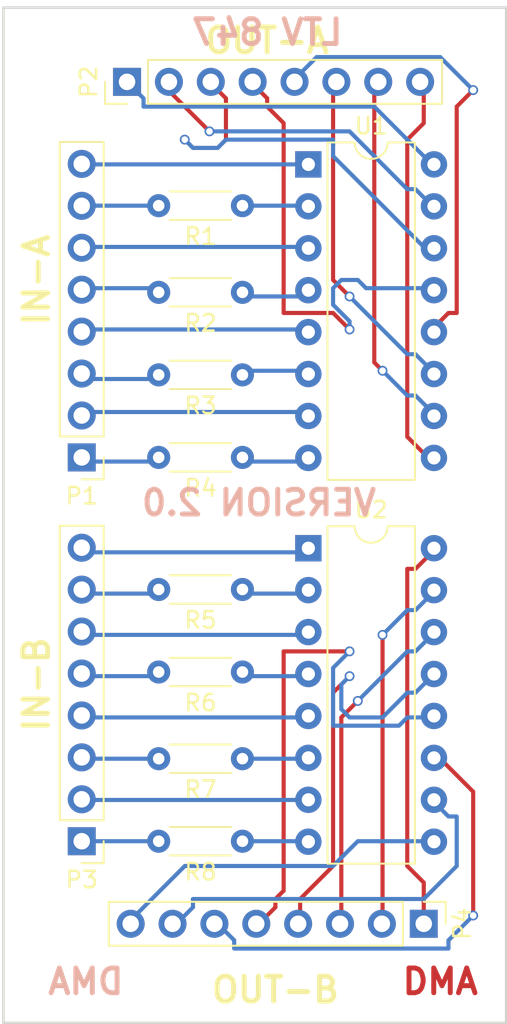
<source format=kicad_pcb>
(kicad_pcb (version 4) (host pcbnew 4.0.4-stable)

  (general
    (links 40)
    (no_connects 0)
    (area 107.424999 83.924999 138.075001 145.575001)
    (thickness 1.6)
    (drawings 13)
    (tracks 220)
    (zones 0)
    (modules 14)
    (nets 41)
  )

  (page A4)
  (layers
    (0 F.Cu signal)
    (31 B.Cu signal)
    (32 B.Adhes user)
    (33 F.Adhes user)
    (34 B.Paste user)
    (35 F.Paste user)
    (36 B.SilkS user)
    (37 F.SilkS user)
    (38 B.Mask user)
    (39 F.Mask user)
    (40 Dwgs.User user)
    (41 Cmts.User user)
    (42 Eco1.User user)
    (43 Eco2.User user)
    (44 Edge.Cuts user)
    (45 Margin user)
    (46 B.CrtYd user)
    (47 F.CrtYd user)
    (48 B.Fab user)
    (49 F.Fab user)
  )

  (setup
    (last_trace_width 0.25)
    (trace_clearance 0.2)
    (zone_clearance 0.508)
    (zone_45_only yes)
    (trace_min 0.2)
    (segment_width 0.2)
    (edge_width 0.15)
    (via_size 0.6)
    (via_drill 0.4)
    (via_min_size 0.4)
    (via_min_drill 0.3)
    (uvia_size 0.3)
    (uvia_drill 0.1)
    (uvias_allowed no)
    (uvia_min_size 0.2)
    (uvia_min_drill 0.1)
    (pcb_text_width 0.3)
    (pcb_text_size 1.5 1.5)
    (mod_edge_width 0.15)
    (mod_text_size 1 1)
    (mod_text_width 0.15)
    (pad_size 1.524 1.524)
    (pad_drill 0.762)
    (pad_to_mask_clearance 0.2)
    (aux_axis_origin 0 0)
    (visible_elements FFFFFF7F)
    (pcbplotparams
      (layerselection 0x00030_80000001)
      (usegerberextensions false)
      (excludeedgelayer true)
      (linewidth 0.100000)
      (plotframeref false)
      (viasonmask false)
      (mode 1)
      (useauxorigin false)
      (hpglpennumber 1)
      (hpglpenspeed 20)
      (hpglpendiameter 15)
      (hpglpenoverlay 2)
      (psnegative false)
      (psa4output false)
      (plotreference true)
      (plotvalue true)
      (plotinvisibletext false)
      (padsonsilk false)
      (subtractmaskfromsilk false)
      (outputformat 1)
      (mirror false)
      (drillshape 1)
      (scaleselection 1)
      (outputdirectory ""))
  )

  (net 0 "")
  (net 1 "Net-(P1-Pad1)")
  (net 2 "Net-(P1-Pad2)")
  (net 3 "Net-(P1-Pad3)")
  (net 4 "Net-(P1-Pad4)")
  (net 5 "Net-(P1-Pad5)")
  (net 6 "Net-(P1-Pad6)")
  (net 7 "Net-(P1-Pad7)")
  (net 8 "Net-(P1-Pad8)")
  (net 9 "Net-(P2-Pad1)")
  (net 10 "Net-(P2-Pad2)")
  (net 11 "Net-(P2-Pad3)")
  (net 12 "Net-(P2-Pad4)")
  (net 13 "Net-(P2-Pad5)")
  (net 14 "Net-(P2-Pad6)")
  (net 15 "Net-(P2-Pad7)")
  (net 16 "Net-(P2-Pad8)")
  (net 17 "Net-(P3-Pad1)")
  (net 18 "Net-(P3-Pad2)")
  (net 19 "Net-(P3-Pad3)")
  (net 20 "Net-(P3-Pad4)")
  (net 21 "Net-(P3-Pad5)")
  (net 22 "Net-(P3-Pad6)")
  (net 23 "Net-(P3-Pad7)")
  (net 24 "Net-(P3-Pad8)")
  (net 25 "Net-(P4-Pad1)")
  (net 26 "Net-(P4-Pad2)")
  (net 27 "Net-(P4-Pad3)")
  (net 28 "Net-(P4-Pad4)")
  (net 29 "Net-(P4-Pad5)")
  (net 30 "Net-(P4-Pad6)")
  (net 31 "Net-(P4-Pad7)")
  (net 32 "Net-(P4-Pad8)")
  (net 33 "Net-(R1-Pad1)")
  (net 34 "Net-(R2-Pad1)")
  (net 35 "Net-(R3-Pad1)")
  (net 36 "Net-(R4-Pad1)")
  (net 37 "Net-(R5-Pad1)")
  (net 38 "Net-(R6-Pad1)")
  (net 39 "Net-(R7-Pad1)")
  (net 40 "Net-(R8-Pad1)")

  (net_class Default "This is the default net class."
    (clearance 0.2)
    (trace_width 0.25)
    (via_dia 0.6)
    (via_drill 0.4)
    (uvia_dia 0.3)
    (uvia_drill 0.1)
    (add_net "Net-(P1-Pad1)")
    (add_net "Net-(P1-Pad2)")
    (add_net "Net-(P1-Pad3)")
    (add_net "Net-(P1-Pad4)")
    (add_net "Net-(P1-Pad5)")
    (add_net "Net-(P1-Pad6)")
    (add_net "Net-(P1-Pad7)")
    (add_net "Net-(P1-Pad8)")
    (add_net "Net-(P2-Pad1)")
    (add_net "Net-(P2-Pad2)")
    (add_net "Net-(P2-Pad3)")
    (add_net "Net-(P2-Pad4)")
    (add_net "Net-(P2-Pad5)")
    (add_net "Net-(P2-Pad6)")
    (add_net "Net-(P2-Pad7)")
    (add_net "Net-(P2-Pad8)")
    (add_net "Net-(P3-Pad1)")
    (add_net "Net-(P3-Pad2)")
    (add_net "Net-(P3-Pad3)")
    (add_net "Net-(P3-Pad4)")
    (add_net "Net-(P3-Pad5)")
    (add_net "Net-(P3-Pad6)")
    (add_net "Net-(P3-Pad7)")
    (add_net "Net-(P3-Pad8)")
    (add_net "Net-(P4-Pad1)")
    (add_net "Net-(P4-Pad2)")
    (add_net "Net-(P4-Pad3)")
    (add_net "Net-(P4-Pad4)")
    (add_net "Net-(P4-Pad5)")
    (add_net "Net-(P4-Pad6)")
    (add_net "Net-(P4-Pad7)")
    (add_net "Net-(P4-Pad8)")
    (add_net "Net-(R1-Pad1)")
    (add_net "Net-(R2-Pad1)")
    (add_net "Net-(R3-Pad1)")
    (add_net "Net-(R4-Pad1)")
    (add_net "Net-(R5-Pad1)")
    (add_net "Net-(R6-Pad1)")
    (add_net "Net-(R7-Pad1)")
    (add_net "Net-(R8-Pad1)")
  )

  (module Resistors_ThroughHole:R_Axial_DIN0204_L3.6mm_D1.6mm_P5.08mm_Horizontal (layer F.Cu) (tedit 5874F706) (tstamp 5AF4FBA6)
    (at 122 96 180)
    (descr "Resistor, Axial_DIN0204 series, Axial, Horizontal, pin pitch=5.08mm, 0.16666666666666666W = 1/6W, length*diameter=3.6*1.6mm^2, http://cdn-reichelt.de/documents/datenblatt/B400/1_4W%23YAG.pdf")
    (tags "Resistor Axial_DIN0204 series Axial Horizontal pin pitch 5.08mm 0.16666666666666666W = 1/6W length 3.6mm diameter 1.6mm")
    (path /5AF4F8D3)
    (fp_text reference R1 (at 2.54 -1.86 180) (layer F.SilkS)
      (effects (font (size 1 1) (thickness 0.15)))
    )
    (fp_text value 1K (at 2.54 1.86 180) (layer F.Fab)
      (effects (font (size 1 1) (thickness 0.15)))
    )
    (fp_line (start 0.74 -0.8) (end 0.74 0.8) (layer F.Fab) (width 0.1))
    (fp_line (start 0.74 0.8) (end 4.34 0.8) (layer F.Fab) (width 0.1))
    (fp_line (start 4.34 0.8) (end 4.34 -0.8) (layer F.Fab) (width 0.1))
    (fp_line (start 4.34 -0.8) (end 0.74 -0.8) (layer F.Fab) (width 0.1))
    (fp_line (start 0 0) (end 0.74 0) (layer F.Fab) (width 0.1))
    (fp_line (start 5.08 0) (end 4.34 0) (layer F.Fab) (width 0.1))
    (fp_line (start 0.68 -0.86) (end 4.4 -0.86) (layer F.SilkS) (width 0.12))
    (fp_line (start 0.68 0.86) (end 4.4 0.86) (layer F.SilkS) (width 0.12))
    (fp_line (start -0.95 -1.15) (end -0.95 1.15) (layer F.CrtYd) (width 0.05))
    (fp_line (start -0.95 1.15) (end 6.05 1.15) (layer F.CrtYd) (width 0.05))
    (fp_line (start 6.05 1.15) (end 6.05 -1.15) (layer F.CrtYd) (width 0.05))
    (fp_line (start 6.05 -1.15) (end -0.95 -1.15) (layer F.CrtYd) (width 0.05))
    (pad 1 thru_hole circle (at 0 0 180) (size 1.4 1.4) (drill 0.7) (layers *.Cu *.Mask)
      (net 33 "Net-(R1-Pad1)"))
    (pad 2 thru_hole oval (at 5.08 0 180) (size 1.4 1.4) (drill 0.7) (layers *.Cu *.Mask)
      (net 7 "Net-(P1-Pad7)"))
    (model ${KISYS3DMOD}/Resistors_THT.3dshapes/R_Axial_DIN0204_L3.6mm_D1.6mm_P5.08mm_Horizontal.wrl
      (at (xyz 0 0 0))
      (scale (xyz 0.393701 0.393701 0.393701))
      (rotate (xyz 0 0 0))
    )
  )

  (module Resistors_ThroughHole:R_Axial_DIN0204_L3.6mm_D1.6mm_P5.08mm_Horizontal (layer F.Cu) (tedit 5874F706) (tstamp 5AF4FBAC)
    (at 122 101.25 180)
    (descr "Resistor, Axial_DIN0204 series, Axial, Horizontal, pin pitch=5.08mm, 0.16666666666666666W = 1/6W, length*diameter=3.6*1.6mm^2, http://cdn-reichelt.de/documents/datenblatt/B400/1_4W%23YAG.pdf")
    (tags "Resistor Axial_DIN0204 series Axial Horizontal pin pitch 5.08mm 0.16666666666666666W = 1/6W length 3.6mm diameter 1.6mm")
    (path /5AF4F941)
    (fp_text reference R2 (at 2.54 -1.86 180) (layer F.SilkS)
      (effects (font (size 1 1) (thickness 0.15)))
    )
    (fp_text value 1K (at 2.54 1.86 180) (layer F.Fab)
      (effects (font (size 1 1) (thickness 0.15)))
    )
    (fp_line (start 0.74 -0.8) (end 0.74 0.8) (layer F.Fab) (width 0.1))
    (fp_line (start 0.74 0.8) (end 4.34 0.8) (layer F.Fab) (width 0.1))
    (fp_line (start 4.34 0.8) (end 4.34 -0.8) (layer F.Fab) (width 0.1))
    (fp_line (start 4.34 -0.8) (end 0.74 -0.8) (layer F.Fab) (width 0.1))
    (fp_line (start 0 0) (end 0.74 0) (layer F.Fab) (width 0.1))
    (fp_line (start 5.08 0) (end 4.34 0) (layer F.Fab) (width 0.1))
    (fp_line (start 0.68 -0.86) (end 4.4 -0.86) (layer F.SilkS) (width 0.12))
    (fp_line (start 0.68 0.86) (end 4.4 0.86) (layer F.SilkS) (width 0.12))
    (fp_line (start -0.95 -1.15) (end -0.95 1.15) (layer F.CrtYd) (width 0.05))
    (fp_line (start -0.95 1.15) (end 6.05 1.15) (layer F.CrtYd) (width 0.05))
    (fp_line (start 6.05 1.15) (end 6.05 -1.15) (layer F.CrtYd) (width 0.05))
    (fp_line (start 6.05 -1.15) (end -0.95 -1.15) (layer F.CrtYd) (width 0.05))
    (pad 1 thru_hole circle (at 0 0 180) (size 1.4 1.4) (drill 0.7) (layers *.Cu *.Mask)
      (net 34 "Net-(R2-Pad1)"))
    (pad 2 thru_hole oval (at 5.08 0 180) (size 1.4 1.4) (drill 0.7) (layers *.Cu *.Mask)
      (net 5 "Net-(P1-Pad5)"))
    (model ${KISYS3DMOD}/Resistors_THT.3dshapes/R_Axial_DIN0204_L3.6mm_D1.6mm_P5.08mm_Horizontal.wrl
      (at (xyz 0 0 0))
      (scale (xyz 0.393701 0.393701 0.393701))
      (rotate (xyz 0 0 0))
    )
  )

  (module Resistors_ThroughHole:R_Axial_DIN0204_L3.6mm_D1.6mm_P5.08mm_Horizontal (layer F.Cu) (tedit 5874F706) (tstamp 5AF4FBB2)
    (at 122 106.25 180)
    (descr "Resistor, Axial_DIN0204 series, Axial, Horizontal, pin pitch=5.08mm, 0.16666666666666666W = 1/6W, length*diameter=3.6*1.6mm^2, http://cdn-reichelt.de/documents/datenblatt/B400/1_4W%23YAG.pdf")
    (tags "Resistor Axial_DIN0204 series Axial Horizontal pin pitch 5.08mm 0.16666666666666666W = 1/6W length 3.6mm diameter 1.6mm")
    (path /5AF4F971)
    (fp_text reference R3 (at 2.54 -1.86 180) (layer F.SilkS)
      (effects (font (size 1 1) (thickness 0.15)))
    )
    (fp_text value 1K (at 2.54 1.86 180) (layer F.Fab)
      (effects (font (size 1 1) (thickness 0.15)))
    )
    (fp_line (start 0.74 -0.8) (end 0.74 0.8) (layer F.Fab) (width 0.1))
    (fp_line (start 0.74 0.8) (end 4.34 0.8) (layer F.Fab) (width 0.1))
    (fp_line (start 4.34 0.8) (end 4.34 -0.8) (layer F.Fab) (width 0.1))
    (fp_line (start 4.34 -0.8) (end 0.74 -0.8) (layer F.Fab) (width 0.1))
    (fp_line (start 0 0) (end 0.74 0) (layer F.Fab) (width 0.1))
    (fp_line (start 5.08 0) (end 4.34 0) (layer F.Fab) (width 0.1))
    (fp_line (start 0.68 -0.86) (end 4.4 -0.86) (layer F.SilkS) (width 0.12))
    (fp_line (start 0.68 0.86) (end 4.4 0.86) (layer F.SilkS) (width 0.12))
    (fp_line (start -0.95 -1.15) (end -0.95 1.15) (layer F.CrtYd) (width 0.05))
    (fp_line (start -0.95 1.15) (end 6.05 1.15) (layer F.CrtYd) (width 0.05))
    (fp_line (start 6.05 1.15) (end 6.05 -1.15) (layer F.CrtYd) (width 0.05))
    (fp_line (start 6.05 -1.15) (end -0.95 -1.15) (layer F.CrtYd) (width 0.05))
    (pad 1 thru_hole circle (at 0 0 180) (size 1.4 1.4) (drill 0.7) (layers *.Cu *.Mask)
      (net 35 "Net-(R3-Pad1)"))
    (pad 2 thru_hole oval (at 5.08 0 180) (size 1.4 1.4) (drill 0.7) (layers *.Cu *.Mask)
      (net 3 "Net-(P1-Pad3)"))
    (model ${KISYS3DMOD}/Resistors_THT.3dshapes/R_Axial_DIN0204_L3.6mm_D1.6mm_P5.08mm_Horizontal.wrl
      (at (xyz 0 0 0))
      (scale (xyz 0.393701 0.393701 0.393701))
      (rotate (xyz 0 0 0))
    )
  )

  (module Resistors_ThroughHole:R_Axial_DIN0204_L3.6mm_D1.6mm_P5.08mm_Horizontal (layer F.Cu) (tedit 5874F706) (tstamp 5AF4FBB8)
    (at 122 111.25 180)
    (descr "Resistor, Axial_DIN0204 series, Axial, Horizontal, pin pitch=5.08mm, 0.16666666666666666W = 1/6W, length*diameter=3.6*1.6mm^2, http://cdn-reichelt.de/documents/datenblatt/B400/1_4W%23YAG.pdf")
    (tags "Resistor Axial_DIN0204 series Axial Horizontal pin pitch 5.08mm 0.16666666666666666W = 1/6W length 3.6mm diameter 1.6mm")
    (path /5AF4F9AA)
    (fp_text reference R4 (at 2.54 -1.86 180) (layer F.SilkS)
      (effects (font (size 1 1) (thickness 0.15)))
    )
    (fp_text value 1K (at 2.54 1.86 180) (layer F.Fab)
      (effects (font (size 1 1) (thickness 0.15)))
    )
    (fp_line (start 0.74 -0.8) (end 0.74 0.8) (layer F.Fab) (width 0.1))
    (fp_line (start 0.74 0.8) (end 4.34 0.8) (layer F.Fab) (width 0.1))
    (fp_line (start 4.34 0.8) (end 4.34 -0.8) (layer F.Fab) (width 0.1))
    (fp_line (start 4.34 -0.8) (end 0.74 -0.8) (layer F.Fab) (width 0.1))
    (fp_line (start 0 0) (end 0.74 0) (layer F.Fab) (width 0.1))
    (fp_line (start 5.08 0) (end 4.34 0) (layer F.Fab) (width 0.1))
    (fp_line (start 0.68 -0.86) (end 4.4 -0.86) (layer F.SilkS) (width 0.12))
    (fp_line (start 0.68 0.86) (end 4.4 0.86) (layer F.SilkS) (width 0.12))
    (fp_line (start -0.95 -1.15) (end -0.95 1.15) (layer F.CrtYd) (width 0.05))
    (fp_line (start -0.95 1.15) (end 6.05 1.15) (layer F.CrtYd) (width 0.05))
    (fp_line (start 6.05 1.15) (end 6.05 -1.15) (layer F.CrtYd) (width 0.05))
    (fp_line (start 6.05 -1.15) (end -0.95 -1.15) (layer F.CrtYd) (width 0.05))
    (pad 1 thru_hole circle (at 0 0 180) (size 1.4 1.4) (drill 0.7) (layers *.Cu *.Mask)
      (net 36 "Net-(R4-Pad1)"))
    (pad 2 thru_hole oval (at 5.08 0 180) (size 1.4 1.4) (drill 0.7) (layers *.Cu *.Mask)
      (net 1 "Net-(P1-Pad1)"))
    (model ${KISYS3DMOD}/Resistors_THT.3dshapes/R_Axial_DIN0204_L3.6mm_D1.6mm_P5.08mm_Horizontal.wrl
      (at (xyz 0 0 0))
      (scale (xyz 0.393701 0.393701 0.393701))
      (rotate (xyz 0 0 0))
    )
  )

  (module Resistors_ThroughHole:R_Axial_DIN0204_L3.6mm_D1.6mm_P5.08mm_Horizontal (layer F.Cu) (tedit 5874F706) (tstamp 5AF4FBBE)
    (at 122 119.25 180)
    (descr "Resistor, Axial_DIN0204 series, Axial, Horizontal, pin pitch=5.08mm, 0.16666666666666666W = 1/6W, length*diameter=3.6*1.6mm^2, http://cdn-reichelt.de/documents/datenblatt/B400/1_4W%23YAG.pdf")
    (tags "Resistor Axial_DIN0204 series Axial Horizontal pin pitch 5.08mm 0.16666666666666666W = 1/6W length 3.6mm diameter 1.6mm")
    (path /5AF514FB)
    (fp_text reference R5 (at 2.54 -1.86 180) (layer F.SilkS)
      (effects (font (size 1 1) (thickness 0.15)))
    )
    (fp_text value 1K (at 2.54 1.86 180) (layer F.Fab)
      (effects (font (size 1 1) (thickness 0.15)))
    )
    (fp_line (start 0.74 -0.8) (end 0.74 0.8) (layer F.Fab) (width 0.1))
    (fp_line (start 0.74 0.8) (end 4.34 0.8) (layer F.Fab) (width 0.1))
    (fp_line (start 4.34 0.8) (end 4.34 -0.8) (layer F.Fab) (width 0.1))
    (fp_line (start 4.34 -0.8) (end 0.74 -0.8) (layer F.Fab) (width 0.1))
    (fp_line (start 0 0) (end 0.74 0) (layer F.Fab) (width 0.1))
    (fp_line (start 5.08 0) (end 4.34 0) (layer F.Fab) (width 0.1))
    (fp_line (start 0.68 -0.86) (end 4.4 -0.86) (layer F.SilkS) (width 0.12))
    (fp_line (start 0.68 0.86) (end 4.4 0.86) (layer F.SilkS) (width 0.12))
    (fp_line (start -0.95 -1.15) (end -0.95 1.15) (layer F.CrtYd) (width 0.05))
    (fp_line (start -0.95 1.15) (end 6.05 1.15) (layer F.CrtYd) (width 0.05))
    (fp_line (start 6.05 1.15) (end 6.05 -1.15) (layer F.CrtYd) (width 0.05))
    (fp_line (start 6.05 -1.15) (end -0.95 -1.15) (layer F.CrtYd) (width 0.05))
    (pad 1 thru_hole circle (at 0 0 180) (size 1.4 1.4) (drill 0.7) (layers *.Cu *.Mask)
      (net 37 "Net-(R5-Pad1)"))
    (pad 2 thru_hole oval (at 5.08 0 180) (size 1.4 1.4) (drill 0.7) (layers *.Cu *.Mask)
      (net 23 "Net-(P3-Pad7)"))
    (model ${KISYS3DMOD}/Resistors_THT.3dshapes/R_Axial_DIN0204_L3.6mm_D1.6mm_P5.08mm_Horizontal.wrl
      (at (xyz 0 0 0))
      (scale (xyz 0.393701 0.393701 0.393701))
      (rotate (xyz 0 0 0))
    )
  )

  (module Resistors_ThroughHole:R_Axial_DIN0204_L3.6mm_D1.6mm_P5.08mm_Horizontal (layer F.Cu) (tedit 5874F706) (tstamp 5AF4FBC4)
    (at 122 124.25 180)
    (descr "Resistor, Axial_DIN0204 series, Axial, Horizontal, pin pitch=5.08mm, 0.16666666666666666W = 1/6W, length*diameter=3.6*1.6mm^2, http://cdn-reichelt.de/documents/datenblatt/B400/1_4W%23YAG.pdf")
    (tags "Resistor Axial_DIN0204 series Axial Horizontal pin pitch 5.08mm 0.16666666666666666W = 1/6W length 3.6mm diameter 1.6mm")
    (path /5AF51501)
    (fp_text reference R6 (at 2.54 -1.86 180) (layer F.SilkS)
      (effects (font (size 1 1) (thickness 0.15)))
    )
    (fp_text value 1K (at 2.54 1.86 180) (layer F.Fab)
      (effects (font (size 1 1) (thickness 0.15)))
    )
    (fp_line (start 0.74 -0.8) (end 0.74 0.8) (layer F.Fab) (width 0.1))
    (fp_line (start 0.74 0.8) (end 4.34 0.8) (layer F.Fab) (width 0.1))
    (fp_line (start 4.34 0.8) (end 4.34 -0.8) (layer F.Fab) (width 0.1))
    (fp_line (start 4.34 -0.8) (end 0.74 -0.8) (layer F.Fab) (width 0.1))
    (fp_line (start 0 0) (end 0.74 0) (layer F.Fab) (width 0.1))
    (fp_line (start 5.08 0) (end 4.34 0) (layer F.Fab) (width 0.1))
    (fp_line (start 0.68 -0.86) (end 4.4 -0.86) (layer F.SilkS) (width 0.12))
    (fp_line (start 0.68 0.86) (end 4.4 0.86) (layer F.SilkS) (width 0.12))
    (fp_line (start -0.95 -1.15) (end -0.95 1.15) (layer F.CrtYd) (width 0.05))
    (fp_line (start -0.95 1.15) (end 6.05 1.15) (layer F.CrtYd) (width 0.05))
    (fp_line (start 6.05 1.15) (end 6.05 -1.15) (layer F.CrtYd) (width 0.05))
    (fp_line (start 6.05 -1.15) (end -0.95 -1.15) (layer F.CrtYd) (width 0.05))
    (pad 1 thru_hole circle (at 0 0 180) (size 1.4 1.4) (drill 0.7) (layers *.Cu *.Mask)
      (net 38 "Net-(R6-Pad1)"))
    (pad 2 thru_hole oval (at 5.08 0 180) (size 1.4 1.4) (drill 0.7) (layers *.Cu *.Mask)
      (net 21 "Net-(P3-Pad5)"))
    (model ${KISYS3DMOD}/Resistors_THT.3dshapes/R_Axial_DIN0204_L3.6mm_D1.6mm_P5.08mm_Horizontal.wrl
      (at (xyz 0 0 0))
      (scale (xyz 0.393701 0.393701 0.393701))
      (rotate (xyz 0 0 0))
    )
  )

  (module Resistors_ThroughHole:R_Axial_DIN0204_L3.6mm_D1.6mm_P5.08mm_Horizontal (layer F.Cu) (tedit 5874F706) (tstamp 5AF4FBCA)
    (at 122 129.5 180)
    (descr "Resistor, Axial_DIN0204 series, Axial, Horizontal, pin pitch=5.08mm, 0.16666666666666666W = 1/6W, length*diameter=3.6*1.6mm^2, http://cdn-reichelt.de/documents/datenblatt/B400/1_4W%23YAG.pdf")
    (tags "Resistor Axial_DIN0204 series Axial Horizontal pin pitch 5.08mm 0.16666666666666666W = 1/6W length 3.6mm diameter 1.6mm")
    (path /5AF51507)
    (fp_text reference R7 (at 2.54 -1.86 180) (layer F.SilkS)
      (effects (font (size 1 1) (thickness 0.15)))
    )
    (fp_text value 1K (at 2.54 1.86 180) (layer F.Fab)
      (effects (font (size 1 1) (thickness 0.15)))
    )
    (fp_line (start 0.74 -0.8) (end 0.74 0.8) (layer F.Fab) (width 0.1))
    (fp_line (start 0.74 0.8) (end 4.34 0.8) (layer F.Fab) (width 0.1))
    (fp_line (start 4.34 0.8) (end 4.34 -0.8) (layer F.Fab) (width 0.1))
    (fp_line (start 4.34 -0.8) (end 0.74 -0.8) (layer F.Fab) (width 0.1))
    (fp_line (start 0 0) (end 0.74 0) (layer F.Fab) (width 0.1))
    (fp_line (start 5.08 0) (end 4.34 0) (layer F.Fab) (width 0.1))
    (fp_line (start 0.68 -0.86) (end 4.4 -0.86) (layer F.SilkS) (width 0.12))
    (fp_line (start 0.68 0.86) (end 4.4 0.86) (layer F.SilkS) (width 0.12))
    (fp_line (start -0.95 -1.15) (end -0.95 1.15) (layer F.CrtYd) (width 0.05))
    (fp_line (start -0.95 1.15) (end 6.05 1.15) (layer F.CrtYd) (width 0.05))
    (fp_line (start 6.05 1.15) (end 6.05 -1.15) (layer F.CrtYd) (width 0.05))
    (fp_line (start 6.05 -1.15) (end -0.95 -1.15) (layer F.CrtYd) (width 0.05))
    (pad 1 thru_hole circle (at 0 0 180) (size 1.4 1.4) (drill 0.7) (layers *.Cu *.Mask)
      (net 39 "Net-(R7-Pad1)"))
    (pad 2 thru_hole oval (at 5.08 0 180) (size 1.4 1.4) (drill 0.7) (layers *.Cu *.Mask)
      (net 19 "Net-(P3-Pad3)"))
    (model ${KISYS3DMOD}/Resistors_THT.3dshapes/R_Axial_DIN0204_L3.6mm_D1.6mm_P5.08mm_Horizontal.wrl
      (at (xyz 0 0 0))
      (scale (xyz 0.393701 0.393701 0.393701))
      (rotate (xyz 0 0 0))
    )
  )

  (module Resistors_ThroughHole:R_Axial_DIN0204_L3.6mm_D1.6mm_P5.08mm_Horizontal (layer F.Cu) (tedit 5874F706) (tstamp 5AF4FBD0)
    (at 122 134.5 180)
    (descr "Resistor, Axial_DIN0204 series, Axial, Horizontal, pin pitch=5.08mm, 0.16666666666666666W = 1/6W, length*diameter=3.6*1.6mm^2, http://cdn-reichelt.de/documents/datenblatt/B400/1_4W%23YAG.pdf")
    (tags "Resistor Axial_DIN0204 series Axial Horizontal pin pitch 5.08mm 0.16666666666666666W = 1/6W length 3.6mm diameter 1.6mm")
    (path /5AF5150D)
    (fp_text reference R8 (at 2.54 -1.86 180) (layer F.SilkS)
      (effects (font (size 1 1) (thickness 0.15)))
    )
    (fp_text value 1K (at 2.54 1.86 180) (layer F.Fab)
      (effects (font (size 1 1) (thickness 0.15)))
    )
    (fp_line (start 0.74 -0.8) (end 0.74 0.8) (layer F.Fab) (width 0.1))
    (fp_line (start 0.74 0.8) (end 4.34 0.8) (layer F.Fab) (width 0.1))
    (fp_line (start 4.34 0.8) (end 4.34 -0.8) (layer F.Fab) (width 0.1))
    (fp_line (start 4.34 -0.8) (end 0.74 -0.8) (layer F.Fab) (width 0.1))
    (fp_line (start 0 0) (end 0.74 0) (layer F.Fab) (width 0.1))
    (fp_line (start 5.08 0) (end 4.34 0) (layer F.Fab) (width 0.1))
    (fp_line (start 0.68 -0.86) (end 4.4 -0.86) (layer F.SilkS) (width 0.12))
    (fp_line (start 0.68 0.86) (end 4.4 0.86) (layer F.SilkS) (width 0.12))
    (fp_line (start -0.95 -1.15) (end -0.95 1.15) (layer F.CrtYd) (width 0.05))
    (fp_line (start -0.95 1.15) (end 6.05 1.15) (layer F.CrtYd) (width 0.05))
    (fp_line (start 6.05 1.15) (end 6.05 -1.15) (layer F.CrtYd) (width 0.05))
    (fp_line (start 6.05 -1.15) (end -0.95 -1.15) (layer F.CrtYd) (width 0.05))
    (pad 1 thru_hole circle (at 0 0 180) (size 1.4 1.4) (drill 0.7) (layers *.Cu *.Mask)
      (net 40 "Net-(R8-Pad1)"))
    (pad 2 thru_hole oval (at 5.08 0 180) (size 1.4 1.4) (drill 0.7) (layers *.Cu *.Mask)
      (net 17 "Net-(P3-Pad1)"))
    (model ${KISYS3DMOD}/Resistors_THT.3dshapes/R_Axial_DIN0204_L3.6mm_D1.6mm_P5.08mm_Horizontal.wrl
      (at (xyz 0 0 0))
      (scale (xyz 0.393701 0.393701 0.393701))
      (rotate (xyz 0 0 0))
    )
  )

  (module Housings_DIP:DIP-16_W7.62mm (layer F.Cu) (tedit 59C78D6B) (tstamp 5AF4FBE4)
    (at 126 93.5)
    (descr "16-lead though-hole mounted DIP package, row spacing 7.62 mm (300 mils)")
    (tags "THT DIP DIL PDIP 2.54mm 7.62mm 300mil")
    (path /5AF4F3C0)
    (fp_text reference U1 (at 3.81 -2.33) (layer F.SilkS)
      (effects (font (size 1 1) (thickness 0.15)))
    )
    (fp_text value LTV-847 (at 3.81 20.11) (layer F.Fab)
      (effects (font (size 1 1) (thickness 0.15)))
    )
    (fp_arc (start 3.81 -1.33) (end 2.81 -1.33) (angle -180) (layer F.SilkS) (width 0.12))
    (fp_line (start 1.635 -1.27) (end 6.985 -1.27) (layer F.Fab) (width 0.1))
    (fp_line (start 6.985 -1.27) (end 6.985 19.05) (layer F.Fab) (width 0.1))
    (fp_line (start 6.985 19.05) (end 0.635 19.05) (layer F.Fab) (width 0.1))
    (fp_line (start 0.635 19.05) (end 0.635 -0.27) (layer F.Fab) (width 0.1))
    (fp_line (start 0.635 -0.27) (end 1.635 -1.27) (layer F.Fab) (width 0.1))
    (fp_line (start 2.81 -1.33) (end 1.16 -1.33) (layer F.SilkS) (width 0.12))
    (fp_line (start 1.16 -1.33) (end 1.16 19.11) (layer F.SilkS) (width 0.12))
    (fp_line (start 1.16 19.11) (end 6.46 19.11) (layer F.SilkS) (width 0.12))
    (fp_line (start 6.46 19.11) (end 6.46 -1.33) (layer F.SilkS) (width 0.12))
    (fp_line (start 6.46 -1.33) (end 4.81 -1.33) (layer F.SilkS) (width 0.12))
    (fp_line (start -1.1 -1.55) (end -1.1 19.3) (layer F.CrtYd) (width 0.05))
    (fp_line (start -1.1 19.3) (end 8.7 19.3) (layer F.CrtYd) (width 0.05))
    (fp_line (start 8.7 19.3) (end 8.7 -1.55) (layer F.CrtYd) (width 0.05))
    (fp_line (start 8.7 -1.55) (end -1.1 -1.55) (layer F.CrtYd) (width 0.05))
    (fp_text user %R (at 3.81 8.89) (layer F.Fab)
      (effects (font (size 1 1) (thickness 0.15)))
    )
    (pad 1 thru_hole rect (at 0 0) (size 1.6 1.6) (drill 0.8) (layers *.Cu *.Mask)
      (net 8 "Net-(P1-Pad8)"))
    (pad 9 thru_hole oval (at 7.62 17.78) (size 1.6 1.6) (drill 0.8) (layers *.Cu *.Mask)
      (net 16 "Net-(P2-Pad8)"))
    (pad 2 thru_hole oval (at 0 2.54) (size 1.6 1.6) (drill 0.8) (layers *.Cu *.Mask)
      (net 33 "Net-(R1-Pad1)"))
    (pad 10 thru_hole oval (at 7.62 15.24) (size 1.6 1.6) (drill 0.8) (layers *.Cu *.Mask)
      (net 15 "Net-(P2-Pad7)"))
    (pad 3 thru_hole oval (at 0 5.08) (size 1.6 1.6) (drill 0.8) (layers *.Cu *.Mask)
      (net 6 "Net-(P1-Pad6)"))
    (pad 11 thru_hole oval (at 7.62 12.7) (size 1.6 1.6) (drill 0.8) (layers *.Cu *.Mask)
      (net 14 "Net-(P2-Pad6)"))
    (pad 4 thru_hole oval (at 0 7.62) (size 1.6 1.6) (drill 0.8) (layers *.Cu *.Mask)
      (net 34 "Net-(R2-Pad1)"))
    (pad 12 thru_hole oval (at 7.62 10.16) (size 1.6 1.6) (drill 0.8) (layers *.Cu *.Mask)
      (net 13 "Net-(P2-Pad5)"))
    (pad 5 thru_hole oval (at 0 10.16) (size 1.6 1.6) (drill 0.8) (layers *.Cu *.Mask)
      (net 4 "Net-(P1-Pad4)"))
    (pad 13 thru_hole oval (at 7.62 7.62) (size 1.6 1.6) (drill 0.8) (layers *.Cu *.Mask)
      (net 12 "Net-(P2-Pad4)"))
    (pad 6 thru_hole oval (at 0 12.7) (size 1.6 1.6) (drill 0.8) (layers *.Cu *.Mask)
      (net 35 "Net-(R3-Pad1)"))
    (pad 14 thru_hole oval (at 7.62 5.08) (size 1.6 1.6) (drill 0.8) (layers *.Cu *.Mask)
      (net 11 "Net-(P2-Pad3)"))
    (pad 7 thru_hole oval (at 0 15.24) (size 1.6 1.6) (drill 0.8) (layers *.Cu *.Mask)
      (net 2 "Net-(P1-Pad2)"))
    (pad 15 thru_hole oval (at 7.62 2.54) (size 1.6 1.6) (drill 0.8) (layers *.Cu *.Mask)
      (net 10 "Net-(P2-Pad2)"))
    (pad 8 thru_hole oval (at 0 17.78) (size 1.6 1.6) (drill 0.8) (layers *.Cu *.Mask)
      (net 36 "Net-(R4-Pad1)"))
    (pad 16 thru_hole oval (at 7.62 0) (size 1.6 1.6) (drill 0.8) (layers *.Cu *.Mask)
      (net 9 "Net-(P2-Pad1)"))
    (model ${KISYS3DMOD}/Housings_DIP.3dshapes/DIP-16_W7.62mm.wrl
      (at (xyz 0 0 0))
      (scale (xyz 1 1 1))
      (rotate (xyz 0 0 0))
    )
  )

  (module Housings_DIP:DIP-16_W7.62mm (layer F.Cu) (tedit 59C78D6B) (tstamp 5AF4FBF8)
    (at 126 116.75)
    (descr "16-lead though-hole mounted DIP package, row spacing 7.62 mm (300 mils)")
    (tags "THT DIP DIL PDIP 2.54mm 7.62mm 300mil")
    (path /5AF514E9)
    (fp_text reference U2 (at 3.81 -2.33) (layer F.SilkS)
      (effects (font (size 1 1) (thickness 0.15)))
    )
    (fp_text value LTV-847 (at 3.81 20.11) (layer F.Fab)
      (effects (font (size 1 1) (thickness 0.15)))
    )
    (fp_arc (start 3.81 -1.33) (end 2.81 -1.33) (angle -180) (layer F.SilkS) (width 0.12))
    (fp_line (start 1.635 -1.27) (end 6.985 -1.27) (layer F.Fab) (width 0.1))
    (fp_line (start 6.985 -1.27) (end 6.985 19.05) (layer F.Fab) (width 0.1))
    (fp_line (start 6.985 19.05) (end 0.635 19.05) (layer F.Fab) (width 0.1))
    (fp_line (start 0.635 19.05) (end 0.635 -0.27) (layer F.Fab) (width 0.1))
    (fp_line (start 0.635 -0.27) (end 1.635 -1.27) (layer F.Fab) (width 0.1))
    (fp_line (start 2.81 -1.33) (end 1.16 -1.33) (layer F.SilkS) (width 0.12))
    (fp_line (start 1.16 -1.33) (end 1.16 19.11) (layer F.SilkS) (width 0.12))
    (fp_line (start 1.16 19.11) (end 6.46 19.11) (layer F.SilkS) (width 0.12))
    (fp_line (start 6.46 19.11) (end 6.46 -1.33) (layer F.SilkS) (width 0.12))
    (fp_line (start 6.46 -1.33) (end 4.81 -1.33) (layer F.SilkS) (width 0.12))
    (fp_line (start -1.1 -1.55) (end -1.1 19.3) (layer F.CrtYd) (width 0.05))
    (fp_line (start -1.1 19.3) (end 8.7 19.3) (layer F.CrtYd) (width 0.05))
    (fp_line (start 8.7 19.3) (end 8.7 -1.55) (layer F.CrtYd) (width 0.05))
    (fp_line (start 8.7 -1.55) (end -1.1 -1.55) (layer F.CrtYd) (width 0.05))
    (fp_text user %R (at 3.81 8.89) (layer F.Fab)
      (effects (font (size 1 1) (thickness 0.15)))
    )
    (pad 1 thru_hole rect (at 0 0) (size 1.6 1.6) (drill 0.8) (layers *.Cu *.Mask)
      (net 24 "Net-(P3-Pad8)"))
    (pad 9 thru_hole oval (at 7.62 17.78) (size 1.6 1.6) (drill 0.8) (layers *.Cu *.Mask)
      (net 32 "Net-(P4-Pad8)"))
    (pad 2 thru_hole oval (at 0 2.54) (size 1.6 1.6) (drill 0.8) (layers *.Cu *.Mask)
      (net 37 "Net-(R5-Pad1)"))
    (pad 10 thru_hole oval (at 7.62 15.24) (size 1.6 1.6) (drill 0.8) (layers *.Cu *.Mask)
      (net 31 "Net-(P4-Pad7)"))
    (pad 3 thru_hole oval (at 0 5.08) (size 1.6 1.6) (drill 0.8) (layers *.Cu *.Mask)
      (net 22 "Net-(P3-Pad6)"))
    (pad 11 thru_hole oval (at 7.62 12.7) (size 1.6 1.6) (drill 0.8) (layers *.Cu *.Mask)
      (net 30 "Net-(P4-Pad6)"))
    (pad 4 thru_hole oval (at 0 7.62) (size 1.6 1.6) (drill 0.8) (layers *.Cu *.Mask)
      (net 38 "Net-(R6-Pad1)"))
    (pad 12 thru_hole oval (at 7.62 10.16) (size 1.6 1.6) (drill 0.8) (layers *.Cu *.Mask)
      (net 29 "Net-(P4-Pad5)"))
    (pad 5 thru_hole oval (at 0 10.16) (size 1.6 1.6) (drill 0.8) (layers *.Cu *.Mask)
      (net 20 "Net-(P3-Pad4)"))
    (pad 13 thru_hole oval (at 7.62 7.62) (size 1.6 1.6) (drill 0.8) (layers *.Cu *.Mask)
      (net 28 "Net-(P4-Pad4)"))
    (pad 6 thru_hole oval (at 0 12.7) (size 1.6 1.6) (drill 0.8) (layers *.Cu *.Mask)
      (net 39 "Net-(R7-Pad1)"))
    (pad 14 thru_hole oval (at 7.62 5.08) (size 1.6 1.6) (drill 0.8) (layers *.Cu *.Mask)
      (net 27 "Net-(P4-Pad3)"))
    (pad 7 thru_hole oval (at 0 15.24) (size 1.6 1.6) (drill 0.8) (layers *.Cu *.Mask)
      (net 18 "Net-(P3-Pad2)"))
    (pad 15 thru_hole oval (at 7.62 2.54) (size 1.6 1.6) (drill 0.8) (layers *.Cu *.Mask)
      (net 26 "Net-(P4-Pad2)"))
    (pad 8 thru_hole oval (at 0 17.78) (size 1.6 1.6) (drill 0.8) (layers *.Cu *.Mask)
      (net 40 "Net-(R8-Pad1)"))
    (pad 16 thru_hole oval (at 7.62 0) (size 1.6 1.6) (drill 0.8) (layers *.Cu *.Mask)
      (net 25 "Net-(P4-Pad1)"))
    (model ${KISYS3DMOD}/Housings_DIP.3dshapes/DIP-16_W7.62mm.wrl
      (at (xyz 0 0 0))
      (scale (xyz 1 1 1))
      (rotate (xyz 0 0 0))
    )
  )

  (module Socket_Strips:Socket_Strip_Straight_1x08_Pitch2.54mm (layer F.Cu) (tedit 58CD5446) (tstamp 5AF502EF)
    (at 112.25 111.25 180)
    (descr "Through hole straight socket strip, 1x08, 2.54mm pitch, single row")
    (tags "Through hole socket strip THT 1x08 2.54mm single row")
    (path /5AF4F64A)
    (fp_text reference P1 (at 0 -2.33 180) (layer F.SilkS)
      (effects (font (size 1 1) (thickness 0.15)))
    )
    (fp_text value CONN_01X08 (at 0 20.11 180) (layer F.Fab)
      (effects (font (size 1 1) (thickness 0.15)))
    )
    (fp_line (start -1.27 -1.27) (end -1.27 19.05) (layer F.Fab) (width 0.1))
    (fp_line (start -1.27 19.05) (end 1.27 19.05) (layer F.Fab) (width 0.1))
    (fp_line (start 1.27 19.05) (end 1.27 -1.27) (layer F.Fab) (width 0.1))
    (fp_line (start 1.27 -1.27) (end -1.27 -1.27) (layer F.Fab) (width 0.1))
    (fp_line (start -1.33 1.27) (end -1.33 19.11) (layer F.SilkS) (width 0.12))
    (fp_line (start -1.33 19.11) (end 1.33 19.11) (layer F.SilkS) (width 0.12))
    (fp_line (start 1.33 19.11) (end 1.33 1.27) (layer F.SilkS) (width 0.12))
    (fp_line (start 1.33 1.27) (end -1.33 1.27) (layer F.SilkS) (width 0.12))
    (fp_line (start -1.33 0) (end -1.33 -1.33) (layer F.SilkS) (width 0.12))
    (fp_line (start -1.33 -1.33) (end 0 -1.33) (layer F.SilkS) (width 0.12))
    (fp_line (start -1.8 -1.8) (end -1.8 19.55) (layer F.CrtYd) (width 0.05))
    (fp_line (start -1.8 19.55) (end 1.8 19.55) (layer F.CrtYd) (width 0.05))
    (fp_line (start 1.8 19.55) (end 1.8 -1.8) (layer F.CrtYd) (width 0.05))
    (fp_line (start 1.8 -1.8) (end -1.8 -1.8) (layer F.CrtYd) (width 0.05))
    (fp_text user %R (at 0 -2.33 180) (layer F.Fab)
      (effects (font (size 1 1) (thickness 0.15)))
    )
    (pad 1 thru_hole rect (at 0 0 180) (size 1.7 1.7) (drill 1) (layers *.Cu *.Mask)
      (net 1 "Net-(P1-Pad1)"))
    (pad 2 thru_hole oval (at 0 2.54 180) (size 1.7 1.7) (drill 1) (layers *.Cu *.Mask)
      (net 2 "Net-(P1-Pad2)"))
    (pad 3 thru_hole oval (at 0 5.08 180) (size 1.7 1.7) (drill 1) (layers *.Cu *.Mask)
      (net 3 "Net-(P1-Pad3)"))
    (pad 4 thru_hole oval (at 0 7.62 180) (size 1.7 1.7) (drill 1) (layers *.Cu *.Mask)
      (net 4 "Net-(P1-Pad4)"))
    (pad 5 thru_hole oval (at 0 10.16 180) (size 1.7 1.7) (drill 1) (layers *.Cu *.Mask)
      (net 5 "Net-(P1-Pad5)"))
    (pad 6 thru_hole oval (at 0 12.7 180) (size 1.7 1.7) (drill 1) (layers *.Cu *.Mask)
      (net 6 "Net-(P1-Pad6)"))
    (pad 7 thru_hole oval (at 0 15.24 180) (size 1.7 1.7) (drill 1) (layers *.Cu *.Mask)
      (net 7 "Net-(P1-Pad7)"))
    (pad 8 thru_hole oval (at 0 17.78 180) (size 1.7 1.7) (drill 1) (layers *.Cu *.Mask)
      (net 8 "Net-(P1-Pad8)"))
    (model ${KISYS3DMOD}/Socket_Strips.3dshapes/Socket_Strip_Straight_1x08_Pitch2.54mm.wrl
      (at (xyz 0 -0.35 0))
      (scale (xyz 1 1 1))
      (rotate (xyz 0 0 270))
    )
  )

  (module Socket_Strips:Socket_Strip_Straight_1x08_Pitch2.54mm (layer F.Cu) (tedit 58CD5446) (tstamp 5AF502FA)
    (at 115 88.5 90)
    (descr "Through hole straight socket strip, 1x08, 2.54mm pitch, single row")
    (tags "Through hole socket strip THT 1x08 2.54mm single row")
    (path /5AF4F586)
    (fp_text reference P2 (at 0 -2.33 90) (layer F.SilkS)
      (effects (font (size 1 1) (thickness 0.15)))
    )
    (fp_text value CONN_01X08 (at 0 20.11 90) (layer F.Fab)
      (effects (font (size 1 1) (thickness 0.15)))
    )
    (fp_line (start -1.27 -1.27) (end -1.27 19.05) (layer F.Fab) (width 0.1))
    (fp_line (start -1.27 19.05) (end 1.27 19.05) (layer F.Fab) (width 0.1))
    (fp_line (start 1.27 19.05) (end 1.27 -1.27) (layer F.Fab) (width 0.1))
    (fp_line (start 1.27 -1.27) (end -1.27 -1.27) (layer F.Fab) (width 0.1))
    (fp_line (start -1.33 1.27) (end -1.33 19.11) (layer F.SilkS) (width 0.12))
    (fp_line (start -1.33 19.11) (end 1.33 19.11) (layer F.SilkS) (width 0.12))
    (fp_line (start 1.33 19.11) (end 1.33 1.27) (layer F.SilkS) (width 0.12))
    (fp_line (start 1.33 1.27) (end -1.33 1.27) (layer F.SilkS) (width 0.12))
    (fp_line (start -1.33 0) (end -1.33 -1.33) (layer F.SilkS) (width 0.12))
    (fp_line (start -1.33 -1.33) (end 0 -1.33) (layer F.SilkS) (width 0.12))
    (fp_line (start -1.8 -1.8) (end -1.8 19.55) (layer F.CrtYd) (width 0.05))
    (fp_line (start -1.8 19.55) (end 1.8 19.55) (layer F.CrtYd) (width 0.05))
    (fp_line (start 1.8 19.55) (end 1.8 -1.8) (layer F.CrtYd) (width 0.05))
    (fp_line (start 1.8 -1.8) (end -1.8 -1.8) (layer F.CrtYd) (width 0.05))
    (fp_text user %R (at 0 -2.33 90) (layer F.Fab)
      (effects (font (size 1 1) (thickness 0.15)))
    )
    (pad 1 thru_hole rect (at 0 0 90) (size 1.7 1.7) (drill 1) (layers *.Cu *.Mask)
      (net 9 "Net-(P2-Pad1)"))
    (pad 2 thru_hole oval (at 0 2.54 90) (size 1.7 1.7) (drill 1) (layers *.Cu *.Mask)
      (net 10 "Net-(P2-Pad2)"))
    (pad 3 thru_hole oval (at 0 5.08 90) (size 1.7 1.7) (drill 1) (layers *.Cu *.Mask)
      (net 11 "Net-(P2-Pad3)"))
    (pad 4 thru_hole oval (at 0 7.62 90) (size 1.7 1.7) (drill 1) (layers *.Cu *.Mask)
      (net 12 "Net-(P2-Pad4)"))
    (pad 5 thru_hole oval (at 0 10.16 90) (size 1.7 1.7) (drill 1) (layers *.Cu *.Mask)
      (net 13 "Net-(P2-Pad5)"))
    (pad 6 thru_hole oval (at 0 12.7 90) (size 1.7 1.7) (drill 1) (layers *.Cu *.Mask)
      (net 14 "Net-(P2-Pad6)"))
    (pad 7 thru_hole oval (at 0 15.24 90) (size 1.7 1.7) (drill 1) (layers *.Cu *.Mask)
      (net 15 "Net-(P2-Pad7)"))
    (pad 8 thru_hole oval (at 0 17.78 90) (size 1.7 1.7) (drill 1) (layers *.Cu *.Mask)
      (net 16 "Net-(P2-Pad8)"))
    (model ${KISYS3DMOD}/Socket_Strips.3dshapes/Socket_Strip_Straight_1x08_Pitch2.54mm.wrl
      (at (xyz 0 -0.35 0))
      (scale (xyz 1 1 1))
      (rotate (xyz 0 0 270))
    )
  )

  (module Socket_Strips:Socket_Strip_Straight_1x08_Pitch2.54mm (layer F.Cu) (tedit 58CD5446) (tstamp 5AF50305)
    (at 112.25 134.5 180)
    (descr "Through hole straight socket strip, 1x08, 2.54mm pitch, single row")
    (tags "Through hole socket strip THT 1x08 2.54mm single row")
    (path /5AF514F5)
    (fp_text reference P3 (at 0 -2.33 180) (layer F.SilkS)
      (effects (font (size 1 1) (thickness 0.15)))
    )
    (fp_text value CONN_01X08 (at 0 20.11 180) (layer F.Fab)
      (effects (font (size 1 1) (thickness 0.15)))
    )
    (fp_line (start -1.27 -1.27) (end -1.27 19.05) (layer F.Fab) (width 0.1))
    (fp_line (start -1.27 19.05) (end 1.27 19.05) (layer F.Fab) (width 0.1))
    (fp_line (start 1.27 19.05) (end 1.27 -1.27) (layer F.Fab) (width 0.1))
    (fp_line (start 1.27 -1.27) (end -1.27 -1.27) (layer F.Fab) (width 0.1))
    (fp_line (start -1.33 1.27) (end -1.33 19.11) (layer F.SilkS) (width 0.12))
    (fp_line (start -1.33 19.11) (end 1.33 19.11) (layer F.SilkS) (width 0.12))
    (fp_line (start 1.33 19.11) (end 1.33 1.27) (layer F.SilkS) (width 0.12))
    (fp_line (start 1.33 1.27) (end -1.33 1.27) (layer F.SilkS) (width 0.12))
    (fp_line (start -1.33 0) (end -1.33 -1.33) (layer F.SilkS) (width 0.12))
    (fp_line (start -1.33 -1.33) (end 0 -1.33) (layer F.SilkS) (width 0.12))
    (fp_line (start -1.8 -1.8) (end -1.8 19.55) (layer F.CrtYd) (width 0.05))
    (fp_line (start -1.8 19.55) (end 1.8 19.55) (layer F.CrtYd) (width 0.05))
    (fp_line (start 1.8 19.55) (end 1.8 -1.8) (layer F.CrtYd) (width 0.05))
    (fp_line (start 1.8 -1.8) (end -1.8 -1.8) (layer F.CrtYd) (width 0.05))
    (fp_text user %R (at 0 -2.33 180) (layer F.Fab)
      (effects (font (size 1 1) (thickness 0.15)))
    )
    (pad 1 thru_hole rect (at 0 0 180) (size 1.7 1.7) (drill 1) (layers *.Cu *.Mask)
      (net 17 "Net-(P3-Pad1)"))
    (pad 2 thru_hole oval (at 0 2.54 180) (size 1.7 1.7) (drill 1) (layers *.Cu *.Mask)
      (net 18 "Net-(P3-Pad2)"))
    (pad 3 thru_hole oval (at 0 5.08 180) (size 1.7 1.7) (drill 1) (layers *.Cu *.Mask)
      (net 19 "Net-(P3-Pad3)"))
    (pad 4 thru_hole oval (at 0 7.62 180) (size 1.7 1.7) (drill 1) (layers *.Cu *.Mask)
      (net 20 "Net-(P3-Pad4)"))
    (pad 5 thru_hole oval (at 0 10.16 180) (size 1.7 1.7) (drill 1) (layers *.Cu *.Mask)
      (net 21 "Net-(P3-Pad5)"))
    (pad 6 thru_hole oval (at 0 12.7 180) (size 1.7 1.7) (drill 1) (layers *.Cu *.Mask)
      (net 22 "Net-(P3-Pad6)"))
    (pad 7 thru_hole oval (at 0 15.24 180) (size 1.7 1.7) (drill 1) (layers *.Cu *.Mask)
      (net 23 "Net-(P3-Pad7)"))
    (pad 8 thru_hole oval (at 0 17.78 180) (size 1.7 1.7) (drill 1) (layers *.Cu *.Mask)
      (net 24 "Net-(P3-Pad8)"))
    (model ${KISYS3DMOD}/Socket_Strips.3dshapes/Socket_Strip_Straight_1x08_Pitch2.54mm.wrl
      (at (xyz 0 -0.35 0))
      (scale (xyz 1 1 1))
      (rotate (xyz 0 0 270))
    )
  )

  (module Socket_Strips:Socket_Strip_Straight_1x08_Pitch2.54mm (layer F.Cu) (tedit 58CD5446) (tstamp 5AF50310)
    (at 133 139.5 270)
    (descr "Through hole straight socket strip, 1x08, 2.54mm pitch, single row")
    (tags "Through hole socket strip THT 1x08 2.54mm single row")
    (path /5AF514EF)
    (fp_text reference P4 (at 0 -2.33 270) (layer F.SilkS)
      (effects (font (size 1 1) (thickness 0.15)))
    )
    (fp_text value CONN_01X08 (at 0 20.11 270) (layer F.Fab)
      (effects (font (size 1 1) (thickness 0.15)))
    )
    (fp_line (start -1.27 -1.27) (end -1.27 19.05) (layer F.Fab) (width 0.1))
    (fp_line (start -1.27 19.05) (end 1.27 19.05) (layer F.Fab) (width 0.1))
    (fp_line (start 1.27 19.05) (end 1.27 -1.27) (layer F.Fab) (width 0.1))
    (fp_line (start 1.27 -1.27) (end -1.27 -1.27) (layer F.Fab) (width 0.1))
    (fp_line (start -1.33 1.27) (end -1.33 19.11) (layer F.SilkS) (width 0.12))
    (fp_line (start -1.33 19.11) (end 1.33 19.11) (layer F.SilkS) (width 0.12))
    (fp_line (start 1.33 19.11) (end 1.33 1.27) (layer F.SilkS) (width 0.12))
    (fp_line (start 1.33 1.27) (end -1.33 1.27) (layer F.SilkS) (width 0.12))
    (fp_line (start -1.33 0) (end -1.33 -1.33) (layer F.SilkS) (width 0.12))
    (fp_line (start -1.33 -1.33) (end 0 -1.33) (layer F.SilkS) (width 0.12))
    (fp_line (start -1.8 -1.8) (end -1.8 19.55) (layer F.CrtYd) (width 0.05))
    (fp_line (start -1.8 19.55) (end 1.8 19.55) (layer F.CrtYd) (width 0.05))
    (fp_line (start 1.8 19.55) (end 1.8 -1.8) (layer F.CrtYd) (width 0.05))
    (fp_line (start 1.8 -1.8) (end -1.8 -1.8) (layer F.CrtYd) (width 0.05))
    (fp_text user %R (at 0 -2.33 270) (layer F.Fab)
      (effects (font (size 1 1) (thickness 0.15)))
    )
    (pad 1 thru_hole rect (at 0 0 270) (size 1.7 1.7) (drill 1) (layers *.Cu *.Mask)
      (net 25 "Net-(P4-Pad1)"))
    (pad 2 thru_hole oval (at 0 2.54 270) (size 1.7 1.7) (drill 1) (layers *.Cu *.Mask)
      (net 26 "Net-(P4-Pad2)"))
    (pad 3 thru_hole oval (at 0 5.08 270) (size 1.7 1.7) (drill 1) (layers *.Cu *.Mask)
      (net 27 "Net-(P4-Pad3)"))
    (pad 4 thru_hole oval (at 0 7.62 270) (size 1.7 1.7) (drill 1) (layers *.Cu *.Mask)
      (net 28 "Net-(P4-Pad4)"))
    (pad 5 thru_hole oval (at 0 10.16 270) (size 1.7 1.7) (drill 1) (layers *.Cu *.Mask)
      (net 29 "Net-(P4-Pad5)"))
    (pad 6 thru_hole oval (at 0 12.7 270) (size 1.7 1.7) (drill 1) (layers *.Cu *.Mask)
      (net 30 "Net-(P4-Pad6)"))
    (pad 7 thru_hole oval (at 0 15.24 270) (size 1.7 1.7) (drill 1) (layers *.Cu *.Mask)
      (net 31 "Net-(P4-Pad7)"))
    (pad 8 thru_hole oval (at 0 17.78 270) (size 1.7 1.7) (drill 1) (layers *.Cu *.Mask)
      (net 32 "Net-(P4-Pad8)"))
    (model ${KISYS3DMOD}/Socket_Strips.3dshapes/Socket_Strip_Straight_1x08_Pitch2.54mm.wrl
      (at (xyz 0 -0.35 0))
      (scale (xyz 1 1 1))
      (rotate (xyz 0 0 270))
    )
  )

  (gr_text DMA (at 112.5 143) (layer B.SilkS)
    (effects (font (size 1.5 1.5) (thickness 0.3)) (justify mirror))
  )
  (gr_text "VERSION 2.0" (at 123 114) (layer B.SilkS)
    (effects (font (size 1.5 1.5) (thickness 0.3)) (justify mirror))
  )
  (gr_text "LTV 847" (at 123.5 85.5) (layer B.SilkS)
    (effects (font (size 1.5 1.5) (thickness 0.3)) (justify mirror))
  )
  (gr_text DMA (at 134 143) (layer F.Cu)
    (effects (font (size 1.5 1.5) (thickness 0.3)))
  )
  (gr_line (start 107.5 145.5) (end 138 145.5) (angle 90) (layer Edge.Cuts) (width 0.15))
  (gr_line (start 107.5 84) (end 107.5 145.5) (angle 90) (layer Edge.Cuts) (width 0.15))
  (gr_line (start 138 114.5) (end 138 145.5) (angle 90) (layer Edge.Cuts) (width 0.15))
  (gr_line (start 138 84) (end 138 114.5) (angle 90) (layer Edge.Cuts) (width 0.15))
  (gr_line (start 107.5 84) (end 138 84) (angle 90) (layer Edge.Cuts) (width 0.15))
  (gr_text OUT-B (at 124 143.5) (layer F.SilkS)
    (effects (font (size 1.5 1.5) (thickness 0.3)))
  )
  (gr_text OUT-A (at 123.5 86) (layer F.SilkS)
    (effects (font (size 1.5 1.5) (thickness 0.3)))
  )
  (gr_text IN-A (at 109.5 100.5 90) (layer F.SilkS)
    (effects (font (size 1.5 1.5) (thickness 0.3)))
  )
  (gr_text IN-B (at 109.5 125 90) (layer F.SilkS)
    (effects (font (size 1.5 1.5) (thickness 0.3)))
  )

  (segment (start 117 111.5) (end 116.92 111.25) (width 0.25) (layer B.Cu) (net 1) (tstamp 5AF50CD8) (status 80000))
  (segment (start 112.5 111.5) (end 117 111.5) (width 0.25) (layer B.Cu) (net 1) (status 80000))
  (segment (start 112.25 111.25) (end 112.5 111.5) (width 0.25) (layer B.Cu) (net 1) (status 80000))
  (segment (start 126 108.5) (end 126 108.74) (width 0.25) (layer B.Cu) (net 2) (tstamp 5AF50CDF) (status 80000))
  (segment (start 112.5 108.5) (end 126 108.5) (width 0.25) (layer B.Cu) (net 2) (status 80000))
  (segment (start 112.25 108.71) (end 112.5 108.5) (width 0.25) (layer B.Cu) (net 2) (status 80000))
  (segment (start 117 106.5) (end 116.92 106.25) (width 0.25) (layer B.Cu) (net 3) (tstamp 5AF50CDD) (status 80000))
  (segment (start 113 106.5) (end 117 106.5) (width 0.25) (layer B.Cu) (net 3) (status 80000))
  (segment (start 112.5 106) (end 113 106.5) (width 0.25) (layer B.Cu) (net 3) (status 80000))
  (segment (start 112.25 106.17) (end 112.5 106) (width 0.25) (layer B.Cu) (net 3) (status 80000))
  (segment (start 126 103.5) (end 126 103.66) (width 0.25) (layer B.Cu) (net 4) (tstamp 5AF50CE0) (status 80000))
  (segment (start 112.5 103.5) (end 126 103.5) (width 0.25) (layer B.Cu) (net 4) (status 80000))
  (segment (start 112.25 103.63) (end 112.5 103.5) (width 0.25) (layer B.Cu) (net 4) (status 80000))
  (segment (start 112.5 101) (end 112.25 101.09) (width 0.25) (layer B.Cu) (net 5) (tstamp 5AF50CDE) (status 80000))
  (segment (start 116.5 101) (end 112.5 101) (width 0.25) (layer B.Cu) (net 5) (status 80000))
  (segment (start 117 101.5) (end 116.5 101) (width 0.25) (layer B.Cu) (net 5) (status 80000))
  (segment (start 116.92 101.25) (end 117 101.5) (width 0.25) (layer B.Cu) (net 5) (status 80000))
  (segment (start 126 98.5) (end 126 98.58) (width 0.25) (layer B.Cu) (net 6) (tstamp 5AF50CE2) (status 80000))
  (segment (start 112.5 98.5) (end 126 98.5) (width 0.25) (layer B.Cu) (net 6) (status 80000))
  (segment (start 112.25 98.55) (end 112.5 98.5) (width 0.25) (layer B.Cu) (net 6) (status 80000))
  (segment (start 112.5 96) (end 112.25 96.01) (width 0.25) (layer B.Cu) (net 7) (tstamp 5AF50CDA) (status 80000))
  (segment (start 116.92 96) (end 112.5 96) (width 0.25) (layer B.Cu) (net 7) (status 80000))
  (segment (start 112.5 93.5) (end 112.25 93.47) (width 0.25) (layer B.Cu) (net 8) (tstamp 5AF50CE5) (status 80000))
  (segment (start 126 93.5) (end 112.5 93.5) (width 0.25) (layer B.Cu) (net 8) (status 80000))
  (segment (start 116 89.5) (end 115 88.5) (width 0.25) (layer B.Cu) (net 9) (status 80000))
  (segment (start 116 90) (end 116 89.5) (width 0.25) (layer B.Cu) (net 9) (status 80000))
  (segment (start 130 90) (end 116 90) (width 0.25) (layer B.Cu) (net 9) (status 80000))
  (segment (start 133.5 93.5) (end 130 90) (width 0.25) (layer B.Cu) (net 9) (status 80000))
  (segment (start 133.62 93.5) (end 133.5 93.5) (width 0.25) (layer B.Cu) (net 9) (status 80000))
  (segment (start 117.5 88.5) (end 117.54 88.5) (width 0.25) (layer F.Cu) (net 10) (tstamp 5AF50CEE) (status 80000))
  (segment (start 117.5 89) (end 117.5 88.5) (width 0.25) (layer F.Cu) (net 10) (status 80000))
  (segment (start 120 91.5) (end 117.5 89) (width 0.25) (layer F.Cu) (net 10) (status 80000))
  (via (at 120 91.5) (size 0.6) (layers F.Cu B.Cu) (net 10) (status 80000))
  (segment (start 128.5 91.5) (end 120 91.5) (width 0.25) (layer B.Cu) (net 10) (status 80000))
  (segment (start 132 95) (end 128.5 91.5) (width 0.25) (layer B.Cu) (net 10) (status 80000))
  (segment (start 132.5 95) (end 132 95) (width 0.25) (layer B.Cu) (net 10) (status 80000))
  (segment (start 133.5 96) (end 132.5 95) (width 0.25) (layer B.Cu) (net 10) (status 80000))
  (segment (start 133.62 96.04) (end 133.5 96) (width 0.25) (layer B.Cu) (net 10) (status 80000))
  (segment (start 133.5 98.5) (end 133.62 98.58) (width 0.25) (layer B.Cu) (net 11) (tstamp 5AF50CF2) (status 80000))
  (segment (start 133 98.5) (end 133.5 98.5) (width 0.25) (layer B.Cu) (net 11) (status 80000))
  (segment (start 127.5 93) (end 133 98.5) (width 0.25) (layer B.Cu) (net 11) (status 80000))
  (segment (start 127.5 92) (end 127.5 93) (width 0.25) (layer B.Cu) (net 11) (status 80000))
  (segment (start 121 92) (end 127.5 92) (width 0.25) (layer B.Cu) (net 11) (status 80000))
  (segment (start 120.5 92.5) (end 121 92) (width 0.25) (layer B.Cu) (net 11) (status 80000))
  (segment (start 119 92.5) (end 120.5 92.5) (width 0.25) (layer B.Cu) (net 11) (status 80000))
  (segment (start 118.5 92) (end 119 92.5) (width 0.25) (layer B.Cu) (net 11) (status 80000))
  (via (at 118.5 92) (size 0.6) (layers F.Cu B.Cu) (net 11) (status 80000))
  (segment (start 119 92.5) (end 118.5 92) (width 0.25) (layer F.Cu) (net 11) (status 80000))
  (segment (start 120.5 92.5) (end 119 92.5) (width 0.25) (layer F.Cu) (net 11) (status 80000))
  (segment (start 121 92) (end 120.5 92.5) (width 0.25) (layer F.Cu) (net 11) (status 80000))
  (segment (start 121 89.5) (end 121 92) (width 0.25) (layer F.Cu) (net 11) (status 80000))
  (segment (start 120 88.5) (end 121 89.5) (width 0.25) (layer F.Cu) (net 11) (status 80000))
  (segment (start 120.08 88.5) (end 120 88.5) (width 0.25) (layer F.Cu) (net 11) (status 80000))
  (segment (start 133.5 101) (end 133.62 101.12) (width 0.25) (layer B.Cu) (net 12) (tstamp 5AF50CF4) (status 80000))
  (segment (start 129.5 101) (end 133.5 101) (width 0.25) (layer B.Cu) (net 12) (status 80000))
  (segment (start 129 100.5) (end 129.5 101) (width 0.25) (layer B.Cu) (net 12) (status 80000))
  (segment (start 128 100.5) (end 129 100.5) (width 0.25) (layer B.Cu) (net 12) (status 80000))
  (segment (start 127.5 101) (end 128 100.5) (width 0.25) (layer B.Cu) (net 12) (status 80000))
  (segment (start 127.5 102) (end 127.5 101) (width 0.25) (layer B.Cu) (net 12) (status 80000))
  (segment (start 128.5 103) (end 127.5 102) (width 0.25) (layer B.Cu) (net 12) (status 80000))
  (segment (start 128.5 103.5) (end 128.5 103) (width 0.25) (layer B.Cu) (net 12) (status 80000))
  (via (at 128.5 103.5) (size 0.6) (layers F.Cu B.Cu) (net 12) (status 80000))
  (segment (start 127.5 102.5) (end 128.5 103.5) (width 0.25) (layer F.Cu) (net 12) (status 80000))
  (segment (start 124.5 102.5) (end 127.5 102.5) (width 0.25) (layer F.Cu) (net 12) (status 80000))
  (segment (start 124.5 91) (end 124.5 102.5) (width 0.25) (layer F.Cu) (net 12) (status 80000))
  (segment (start 123.5 90) (end 124.5 91) (width 0.25) (layer F.Cu) (net 12) (status 80000))
  (segment (start 123.5 89.5) (end 123.5 90) (width 0.25) (layer F.Cu) (net 12) (status 80000))
  (segment (start 122.5 88.5) (end 123.5 89.5) (width 0.25) (layer F.Cu) (net 12) (status 80000))
  (segment (start 122.62 88.5) (end 122.5 88.5) (width 0.25) (layer F.Cu) (net 12) (status 80000))
  (segment (start 133.5 103.5) (end 133.62 103.66) (width 0.25) (layer F.Cu) (net 13) (tstamp 5AF50CF0) (status 80000))
  (segment (start 134.5 102.5) (end 133.5 103.5) (width 0.25) (layer F.Cu) (net 13) (status 80000))
  (segment (start 135 102.5) (end 134.5 102.5) (width 0.25) (layer F.Cu) (net 13) (status 80000))
  (segment (start 135 90) (end 135 102.5) (width 0.25) (layer F.Cu) (net 13) (status 80000))
  (segment (start 136 89) (end 135 90) (width 0.25) (layer F.Cu) (net 13) (status 80000))
  (via (at 136 89) (size 0.6) (layers F.Cu B.Cu) (net 13) (status 80000))
  (segment (start 134 87) (end 136 89) (width 0.25) (layer B.Cu) (net 13) (status 80000))
  (segment (start 126.5 87) (end 134 87) (width 0.25) (layer B.Cu) (net 13) (status 80000))
  (segment (start 125 88.5) (end 126.5 87) (width 0.25) (layer B.Cu) (net 13) (status 80000))
  (segment (start 125.16 88.5) (end 125 88.5) (width 0.25) (layer B.Cu) (net 13) (status 80000))
  (segment (start 127.5 88.5) (end 127.7 88.5) (width 0.25) (layer F.Cu) (net 14) (tstamp 5AF50CEC) (status 80000))
  (segment (start 127.5 100.5) (end 127.5 88.5) (width 0.25) (layer F.Cu) (net 14) (status 80000))
  (segment (start 128.5 101.5) (end 127.5 100.5) (width 0.25) (layer F.Cu) (net 14) (status 80000))
  (via (at 128.5 101.5) (size 0.6) (layers F.Cu B.Cu) (net 14) (status 80000))
  (segment (start 132 105) (end 128.5 101.5) (width 0.25) (layer B.Cu) (net 14) (status 80000))
  (segment (start 132.5 105) (end 132 105) (width 0.25) (layer B.Cu) (net 14) (status 80000))
  (segment (start 133.5 106) (end 132.5 105) (width 0.25) (layer B.Cu) (net 14) (status 80000))
  (segment (start 133.62 106.2) (end 133.5 106) (width 0.25) (layer B.Cu) (net 14) (status 80000))
  (segment (start 130 88.5) (end 130.24 88.5) (width 0.25) (layer F.Cu) (net 15) (tstamp 5AF50CE9) (status 80000))
  (segment (start 130 105.5) (end 130 88.5) (width 0.25) (layer F.Cu) (net 15) (status 80000))
  (segment (start 130.5 106) (end 130 105.5) (width 0.25) (layer F.Cu) (net 15) (status 80000))
  (via (at 130.5 106) (size 0.6) (layers F.Cu B.Cu) (net 15) (status 80000))
  (segment (start 132 107.5) (end 130.5 106) (width 0.25) (layer B.Cu) (net 15) (status 80000))
  (segment (start 132.5 107.5) (end 132 107.5) (width 0.25) (layer B.Cu) (net 15) (status 80000))
  (segment (start 133.5 108.5) (end 132.5 107.5) (width 0.25) (layer B.Cu) (net 15) (status 80000))
  (segment (start 133.62 108.74) (end 133.5 108.5) (width 0.25) (layer B.Cu) (net 15) (status 80000))
  (segment (start 133 88.5) (end 132.78 88.5) (width 0.25) (layer F.Cu) (net 16) (tstamp 5AF50CE7) (status 80000))
  (segment (start 133 91) (end 133 88.5) (width 0.25) (layer F.Cu) (net 16) (status 80000))
  (segment (start 132 92) (end 133 91) (width 0.25) (layer F.Cu) (net 16) (status 80000))
  (segment (start 132 110) (end 132 92) (width 0.25) (layer F.Cu) (net 16) (status 80000))
  (segment (start 133.5 111.5) (end 132 110) (width 0.25) (layer F.Cu) (net 16) (status 80000))
  (segment (start 133.62 111.28) (end 133.5 111.5) (width 0.25) (layer F.Cu) (net 16) (status 80000))
  (segment (start 116.92 134.5) (end 112.25 134.5) (width 0.25) (layer B.Cu) (net 17) (status 80000))
  (segment (start 126 132) (end 126 131.99) (width 0.25) (layer B.Cu) (net 18) (tstamp 5AF50CE1) (status 80000))
  (segment (start 112.5 132) (end 126 132) (width 0.25) (layer B.Cu) (net 18) (status 80000))
  (segment (start 112.25 131.96) (end 112.5 132) (width 0.25) (layer B.Cu) (net 18) (status 80000))
  (segment (start 112.5 129.5) (end 112.25 129.42) (width 0.25) (layer B.Cu) (net 19) (tstamp 5AF50CD9) (status 80000))
  (segment (start 116.92 129.5) (end 112.5 129.5) (width 0.25) (layer B.Cu) (net 19) (status 80000))
  (segment (start 126 127) (end 126 126.91) (width 0.25) (layer B.Cu) (net 20) (tstamp 5AF50CE3) (status 80000))
  (segment (start 112.5 127) (end 126 127) (width 0.25) (layer B.Cu) (net 20) (status 80000))
  (segment (start 112.25 126.88) (end 112.5 127) (width 0.25) (layer B.Cu) (net 20) (status 80000))
  (segment (start 112.5 124.5) (end 112.25 124.34) (width 0.25) (layer B.Cu) (net 21) (tstamp 5AF50CD6) (status 80000))
  (segment (start 117 124.5) (end 112.5 124.5) (width 0.25) (layer B.Cu) (net 21) (status 80000))
  (segment (start 116.92 124.25) (end 117 124.5) (width 0.25) (layer B.Cu) (net 21) (status 80000))
  (segment (start 126 122) (end 126 121.83) (width 0.25) (layer B.Cu) (net 22) (tstamp 5AF50CE4) (status 80000))
  (segment (start 112.5 122) (end 126 122) (width 0.25) (layer B.Cu) (net 22) (status 80000))
  (segment (start 112.25 121.8) (end 112.5 122) (width 0.25) (layer B.Cu) (net 22) (status 80000))
  (segment (start 112.5 119.5) (end 112.25 119.26) (width 0.25) (layer B.Cu) (net 23) (tstamp 5AF50CD7) (status 80000))
  (segment (start 117 119.5) (end 112.5 119.5) (width 0.25) (layer B.Cu) (net 23) (status 80000))
  (segment (start 116.92 119.25) (end 117 119.5) (width 0.25) (layer B.Cu) (net 23) (status 80000))
  (segment (start 126 117) (end 126 116.75) (width 0.25) (layer B.Cu) (net 24) (tstamp 5AF50CE6) (status 80000))
  (segment (start 113 117) (end 126 117) (width 0.25) (layer B.Cu) (net 24) (status 80000))
  (segment (start 112.5 116.5) (end 113 117) (width 0.25) (layer B.Cu) (net 24) (status 80000))
  (segment (start 112.25 116.72) (end 112.5 116.5) (width 0.25) (layer B.Cu) (net 24) (status 80000))
  (segment (start 133 137) (end 133 139.5) (width 0.25) (layer F.Cu) (net 25) (status 80000))
  (segment (start 132 136) (end 133 137) (width 0.25) (layer F.Cu) (net 25) (status 80000))
  (segment (start 132 118) (end 132 136) (width 0.25) (layer F.Cu) (net 25) (status 80000))
  (segment (start 132.5 118) (end 132 118) (width 0.25) (layer F.Cu) (net 25) (status 80000))
  (segment (start 133.5 117) (end 132.5 118) (width 0.25) (layer F.Cu) (net 25) (status 80000))
  (segment (start 133.62 116.75) (end 133.5 117) (width 0.25) (layer F.Cu) (net 25) (status 80000))
  (segment (start 130.5 139.5) (end 130.46 139.5) (width 0.25) (layer F.Cu) (net 26) (tstamp 5AF50CE8) (status 80000))
  (segment (start 130.5 122) (end 130.5 139.5) (width 0.25) (layer F.Cu) (net 26) (status 80000))
  (via (at 130.5 122) (size 0.6) (layers F.Cu B.Cu) (net 26) (status 80000))
  (segment (start 132 120.5) (end 130.5 122) (width 0.25) (layer B.Cu) (net 26) (status 80000))
  (segment (start 132.5 120.5) (end 132 120.5) (width 0.25) (layer B.Cu) (net 26) (status 80000))
  (segment (start 133.5 119.5) (end 132.5 120.5) (width 0.25) (layer B.Cu) (net 26) (status 80000))
  (segment (start 133.62 119.29) (end 133.5 119.5) (width 0.25) (layer B.Cu) (net 26) (status 80000))
  (segment (start 128 139.5) (end 127.92 139.5) (width 0.25) (layer F.Cu) (net 27) (tstamp 5AF50CEB) (status 80000))
  (segment (start 128 127) (end 128 139.5) (width 0.25) (layer F.Cu) (net 27) (status 80000))
  (segment (start 129 126) (end 128 127) (width 0.25) (layer F.Cu) (net 27) (status 80000))
  (via (at 129 126) (size 0.6) (layers F.Cu B.Cu) (net 27) (status 80000))
  (segment (start 132 123) (end 129 126) (width 0.25) (layer B.Cu) (net 27) (status 80000))
  (segment (start 132.5 123) (end 132 123) (width 0.25) (layer B.Cu) (net 27) (status 80000))
  (segment (start 133.5 122) (end 132.5 123) (width 0.25) (layer B.Cu) (net 27) (status 80000))
  (segment (start 133.62 121.83) (end 133.5 122) (width 0.25) (layer B.Cu) (net 27) (status 80000))
  (segment (start 125.5 139.5) (end 125.38 139.5) (width 0.25) (layer F.Cu) (net 28) (tstamp 5AF50CEF) (status 80000))
  (segment (start 125.5 138) (end 125.5 139.5) (width 0.25) (layer F.Cu) (net 28) (status 80000))
  (segment (start 127.5 136) (end 125.5 138) (width 0.25) (layer F.Cu) (net 28) (status 80000))
  (segment (start 127.5 125.5) (end 127.5 136) (width 0.25) (layer F.Cu) (net 28) (status 80000))
  (segment (start 128.5 124.5) (end 127.5 125.5) (width 0.25) (layer F.Cu) (net 28) (status 80000))
  (via (at 128.5 124.5) (size 0.6) (layers F.Cu B.Cu) (net 28) (status 80000))
  (segment (start 128 125) (end 128.5 124.5) (width 0.25) (layer B.Cu) (net 28) (status 80000))
  (segment (start 128 126.5) (end 128 125) (width 0.25) (layer B.Cu) (net 28) (status 80000))
  (segment (start 128.5 127) (end 128 126.5) (width 0.25) (layer B.Cu) (net 28) (status 80000))
  (segment (start 130.5 127) (end 128.5 127) (width 0.25) (layer B.Cu) (net 28) (status 80000))
  (segment (start 132 125.5) (end 130.5 127) (width 0.25) (layer B.Cu) (net 28) (status 80000))
  (segment (start 132.5 125.5) (end 132 125.5) (width 0.25) (layer B.Cu) (net 28) (status 80000))
  (segment (start 133.5 124.5) (end 132.5 125.5) (width 0.25) (layer B.Cu) (net 28) (status 80000))
  (segment (start 133.62 124.37) (end 133.5 124.5) (width 0.25) (layer B.Cu) (net 28) (status 80000))
  (segment (start 133.5 127) (end 133.62 126.91) (width 0.25) (layer B.Cu) (net 29) (tstamp 5AF50CF3) (status 80000))
  (segment (start 132 127) (end 133.5 127) (width 0.25) (layer B.Cu) (net 29) (status 80000))
  (segment (start 131.5 127.5) (end 132 127) (width 0.25) (layer B.Cu) (net 29) (status 80000))
  (segment (start 127.5 127.5) (end 131.5 127.5) (width 0.25) (layer B.Cu) (net 29) (status 80000))
  (segment (start 127.5 124) (end 127.5 127.5) (width 0.25) (layer B.Cu) (net 29) (status 80000))
  (segment (start 128.5 123) (end 127.5 124) (width 0.25) (layer B.Cu) (net 29) (status 80000))
  (via (at 128.5 123) (size 0.6) (layers F.Cu B.Cu) (net 29) (status 80000))
  (segment (start 124.5 123) (end 128.5 123) (width 0.25) (layer F.Cu) (net 29) (status 80000))
  (segment (start 124.5 137.5) (end 124.5 123) (width 0.25) (layer F.Cu) (net 29) (status 80000))
  (segment (start 124 138) (end 124.5 137.5) (width 0.25) (layer F.Cu) (net 29) (status 80000))
  (segment (start 124 138.5) (end 124 138) (width 0.25) (layer F.Cu) (net 29) (status 80000))
  (segment (start 123 139.5) (end 124 138.5) (width 0.25) (layer F.Cu) (net 29) (status 80000))
  (segment (start 122.84 139.5) (end 123 139.5) (width 0.25) (layer F.Cu) (net 29) (status 80000))
  (segment (start 120.5 139.5) (end 120.3 139.5) (width 0.25) (layer B.Cu) (net 30) (tstamp 5AF50CF1) (status 80000))
  (segment (start 121.5 140.5) (end 120.5 139.5) (width 0.25) (layer B.Cu) (net 30) (status 80000))
  (segment (start 121.5 141) (end 121.5 140.5) (width 0.25) (layer B.Cu) (net 30) (status 80000))
  (segment (start 134.5 141) (end 121.5 141) (width 0.25) (layer B.Cu) (net 30) (status 80000))
  (segment (start 134.5 140.5) (end 134.5 141) (width 0.25) (layer B.Cu) (net 30) (status 80000))
  (segment (start 136 139) (end 134.5 140.5) (width 0.25) (layer B.Cu) (net 30) (status 80000))
  (via (at 136 139) (size 0.6) (layers F.Cu B.Cu) (net 30) (status 80000))
  (segment (start 136 131.5) (end 136 139) (width 0.25) (layer F.Cu) (net 30) (status 80000))
  (segment (start 134 129.5) (end 136 131.5) (width 0.25) (layer F.Cu) (net 30) (status 80000))
  (segment (start 133.5 129.5) (end 134 129.5) (width 0.25) (layer F.Cu) (net 30) (status 80000))
  (segment (start 133.62 129.45) (end 133.5 129.5) (width 0.25) (layer F.Cu) (net 30) (status 80000))
  (segment (start 118 139.5) (end 117.76 139.5) (width 0.25) (layer B.Cu) (net 31) (tstamp 5AF50CED) (status 80000))
  (segment (start 119 138.5) (end 118 139.5) (width 0.25) (layer B.Cu) (net 31) (status 80000))
  (segment (start 119 138) (end 119 138.5) (width 0.25) (layer B.Cu) (net 31) (status 80000))
  (segment (start 133 138) (end 119 138) (width 0.25) (layer B.Cu) (net 31) (status 80000))
  (segment (start 135 136) (end 133 138) (width 0.25) (layer B.Cu) (net 31) (status 80000))
  (segment (start 135 133) (end 135 136) (width 0.25) (layer B.Cu) (net 31) (status 80000))
  (segment (start 134.5 133) (end 135 133) (width 0.25) (layer B.Cu) (net 31) (status 80000))
  (segment (start 133.5 132) (end 134.5 133) (width 0.25) (layer B.Cu) (net 31) (status 80000))
  (segment (start 133.62 131.99) (end 133.5 132) (width 0.25) (layer B.Cu) (net 31) (status 80000))
  (segment (start 133.5 134.5) (end 133.62 134.53) (width 0.25) (layer B.Cu) (net 32) (tstamp 5AF50CEA) (status 80000))
  (segment (start 129 134.5) (end 133.5 134.5) (width 0.25) (layer B.Cu) (net 32) (status 80000))
  (segment (start 127.5 136) (end 129 134.5) (width 0.25) (layer B.Cu) (net 32) (status 80000))
  (segment (start 118.5 136) (end 127.5 136) (width 0.25) (layer B.Cu) (net 32) (status 80000))
  (segment (start 115 139.5) (end 118.5 136) (width 0.25) (layer B.Cu) (net 32) (status 80000))
  (segment (start 115.22 139.5) (end 115 139.5) (width 0.25) (layer B.Cu) (net 32) (status 80000))
  (segment (start 126 96) (end 126 96.04) (width 0.25) (layer B.Cu) (net 33) (tstamp 5AF50CD5) (status 80000))
  (segment (start 122 96) (end 126 96) (width 0.25) (layer B.Cu) (net 33) (status 80000))
  (segment (start 122 101.5) (end 122 101.25) (width 0.25) (layer B.Cu) (net 34) (tstamp 5AF50CDC) (status 80000))
  (segment (start 125.5 101.5) (end 122 101.5) (width 0.25) (layer B.Cu) (net 34) (status 80000))
  (segment (start 126 101) (end 125.5 101.5) (width 0.25) (layer B.Cu) (net 34) (status 80000))
  (segment (start 126 101.12) (end 126 101) (width 0.25) (layer B.Cu) (net 34) (status 80000))
  (segment (start 126 106) (end 126 106.2) (width 0.25) (layer B.Cu) (net 35) (tstamp 5AF50CDB) (status 80000))
  (segment (start 122.5 106) (end 126 106) (width 0.25) (layer B.Cu) (net 35) (status 80000))
  (segment (start 122 106.5) (end 122.5 106) (width 0.25) (layer B.Cu) (net 35) (status 80000))
  (segment (start 122 106.25) (end 122 106.5) (width 0.25) (layer B.Cu) (net 35) (status 80000))
  (segment (start 122 111.5) (end 122 111.25) (width 0.25) (layer B.Cu) (net 36) (tstamp 5AF50CD4) (status 80000))
  (segment (start 126 111.5) (end 122 111.5) (width 0.25) (layer B.Cu) (net 36) (status 80000))
  (segment (start 126 111.28) (end 126 111.5) (width 0.25) (layer B.Cu) (net 36) (status 80000))
  (segment (start 122 119.5) (end 122 119.25) (width 0.25) (layer B.Cu) (net 37) (tstamp 5AF50CD3) (status 80000))
  (segment (start 126 119.5) (end 122 119.5) (width 0.25) (layer B.Cu) (net 37) (status 80000))
  (segment (start 126 119.29) (end 126 119.5) (width 0.25) (layer B.Cu) (net 37) (status 80000))
  (segment (start 126 124.5) (end 126 124.37) (width 0.25) (layer B.Cu) (net 38) (tstamp 5AF50CD2) (status 80000))
  (segment (start 122 124.5) (end 126 124.5) (width 0.25) (layer B.Cu) (net 38) (status 80000))
  (segment (start 122 124.25) (end 122 124.5) (width 0.25) (layer B.Cu) (net 38) (status 80000))
  (segment (start 126 129.5) (end 126 129.45) (width 0.25) (layer B.Cu) (net 39) (tstamp 5AF50CD1) (status 80000))
  (segment (start 122 129.5) (end 126 129.5) (width 0.25) (layer B.Cu) (net 39) (status 80000))
  (segment (start 126 134.5) (end 126 134.53) (width 0.25) (layer B.Cu) (net 40) (tstamp 5AF50CD0) (status 80000))
  (segment (start 122 134.5) (end 126 134.5) (width 0.25) (layer B.Cu) (net 40) (status 80000))

)

</source>
